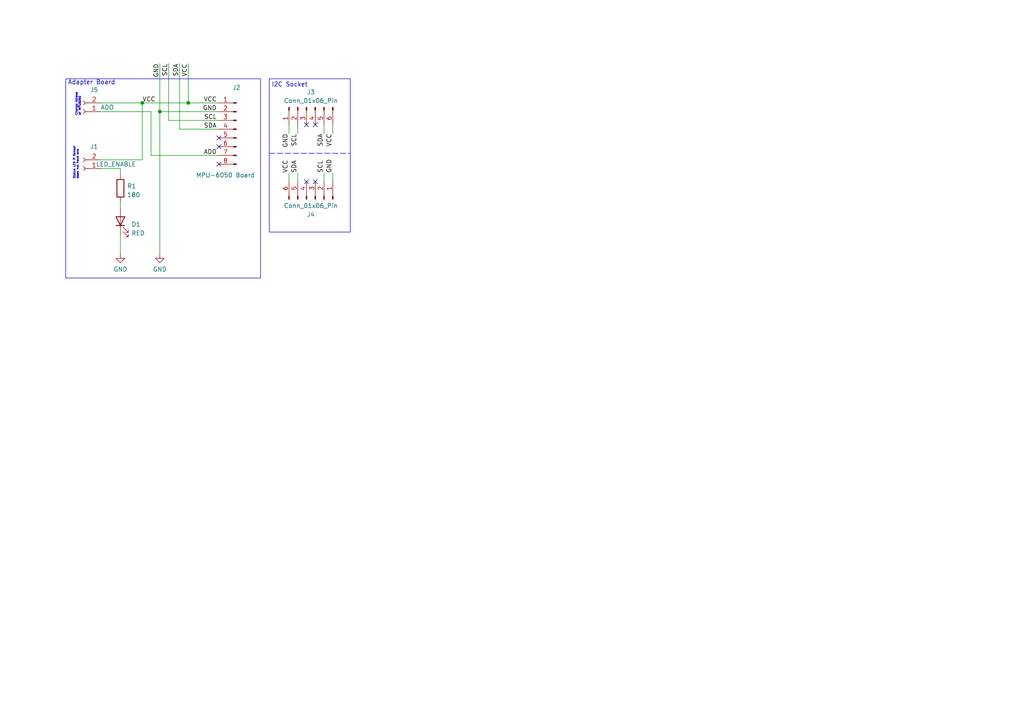
<source format=kicad_sch>
(kicad_sch (version 20230121) (generator eeschema)
  (paper "A4")
  (title_block (title "VR-Dapter ") (date "2023-05-15") (rev "3") (comment 2 "https://www.apache.org/licenses/LICENSE-2.0") (comment 3 "License: Apache 2.0") (comment 4 "Author: Marek Wehning"))
  (lib_symbols
    (symbol "Connector:Conn_01x02_Socket" (pin_names (offset 1.016) hide)
      (property "Reference" "J" (at 0 2.54 0))
      (property "Value" "Conn_01x02_Socket" (at 0 -5.08 0))
      (symbol "Conn_01x02_Socket_1_1"
        (arc (start 0 -2.032) (mid -0.5058 -2.54) (end 0 -3.048) (stroke (width 0.1524)))
        (polyline (pts (xy -1.27 -2.54) (xy -0.508 -2.54)) (stroke (width 0.1524)))
        (polyline (pts (xy -1.27 0) (xy -0.508 0)) (stroke (width 0.1524)))
        (arc (start 0 0.508) (mid -0.5058 0) (end 0 -0.508) (stroke (width 0.1524)))
        (pin passive line (at -5.08 0 0) (length 3.81) (name "Pin_1") (number "1"))
        (pin passive line (at -5.08 -2.54 0) (length 3.81) (name "Pin_2") (number "2"))
      )
    )
    (symbol "Connector:Conn_01x06_Pin" (pin_names (offset 1.016) hide)
      (property "Reference" "J" (at 0 7.62 0))
      (property "Value" "Conn_01x06_Pin" (at 0 -10.16 0))
      (symbol "Conn_01x06_Pin_1_1"
        (polyline (pts (xy 1.27 -7.62) (xy 0.8636 -7.62)) (stroke (width 0.1524)))
        (polyline (pts (xy 1.27 -5.08) (xy 0.8636 -5.08)) (stroke (width 0.1524)))
        (polyline (pts (xy 1.27 -2.54) (xy 0.8636 -2.54)) (stroke (width 0.1524)))
        (polyline (pts (xy 1.27 0) (xy 0.8636 0)) (stroke (width 0.1524)))
        (polyline (pts (xy 1.27 2.54) (xy 0.8636 2.54)) (stroke (width 0.1524)))
        (polyline (pts (xy 1.27 5.08) (xy 0.8636 5.08)) (stroke (width 0.1524)))
        (rectangle (start 0.8636 -7.493) (end 0 -7.747) (stroke (width 0.1524)) (fill (type outline)))
        (rectangle (start 0.8636 -4.953) (end 0 -5.207) (stroke (width 0.1524)) (fill (type outline)))
        (rectangle (start 0.8636 -2.413) (end 0 -2.667) (stroke (width 0.1524)) (fill (type outline)))
        (rectangle (start 0.8636 0.127) (end 0 -0.127) (stroke (width 0.1524)) (fill (type outline)))
        (rectangle (start 0.8636 2.667) (end 0 2.413) (stroke (width 0.1524)) (fill (type outline)))
        (rectangle (start 0.8636 5.207) (end 0 4.953) (stroke (width 0.1524)) (fill (type outline)))
        (pin passive line (at 5.08 5.08 180) (length 3.81) (name "Pin_1") (number "1"))
        (pin passive line (at 5.08 2.54 180) (length 3.81) (name "Pin_2") (number "2"))
        (pin passive line (at 5.08 0 180) (length 3.81) (name "Pin_3") (number "3"))
        (pin passive line (at 5.08 -2.54 180) (length 3.81) (name "Pin_4") (number "4"))
        (pin passive line (at 5.08 -5.08 180) (length 3.81) (name "Pin_5") (number "5"))
        (pin passive line (at 5.08 -7.62 180) (length 3.81) (name "Pin_6") (number "6"))
      )
    )
    (symbol "Connector:Conn_01x08_Pin" (pin_names (offset 1.016) hide)
      (property "Reference" "J" (at 0 10.16 0))
      (property "Value" "Conn_01x08_Pin" (at 0 -12.7 0))
      (symbol "Conn_01x08_Pin_1_1"
        (polyline (pts (xy 1.27 -10.16) (xy 0.8636 -10.16)) (stroke (width 0.1524)))
        (polyline (pts (xy 1.27 -7.62) (xy 0.8636 -7.62)) (stroke (width 0.1524)))
        (polyline (pts (xy 1.27 -5.08) (xy 0.8636 -5.08)) (stroke (width 0.1524)))
        (polyline (pts (xy 1.27 -2.54) (xy 0.8636 -2.54)) (stroke (width 0.1524)))
        (polyline (pts (xy 1.27 0) (xy 0.8636 0)) (stroke (width 0.1524)))
        (polyline (pts (xy 1.27 2.54) (xy 0.8636 2.54)) (stroke (width 0.1524)))
        (polyline (pts (xy 1.27 5.08) (xy 0.8636 5.08)) (stroke (width 0.1524)))
        (polyline (pts (xy 1.27 7.62) (xy 0.8636 7.62)) (stroke (width 0.1524)))
        (rectangle (start 0.8636 -10.033) (end 0 -10.287) (stroke (width 0.1524)) (fill (type outline)))
        (rectangle (start 0.8636 -7.493) (end 0 -7.747) (stroke (width 0.1524)) (fill (type outline)))
        (rectangle (start 0.8636 -4.953) (end 0 -5.207) (stroke (width 0.1524)) (fill (type outline)))
        (rectangle (start 0.8636 -2.413) (end 0 -2.667) (stroke (width 0.1524)) (fill (type outline)))
        (rectangle (start 0.8636 0.127) (end 0 -0.127) (stroke (width 0.1524)) (fill (type outline)))
        (rectangle (start 0.8636 2.667) (end 0 2.413) (stroke (width 0.1524)) (fill (type outline)))
        (rectangle (start 0.8636 5.207) (end 0 4.953) (stroke (width 0.1524)) (fill (type outline)))
        (rectangle (start 0.8636 7.747) (end 0 7.493) (stroke (width 0.1524)) (fill (type outline)))
        (pin passive line (at 5.08 7.62 180) (length 3.81) (name "Pin_1") (number "1"))
        (pin passive line (at 5.08 5.08 180) (length 3.81) (name "Pin_2") (number "2"))
        (pin passive line (at 5.08 2.54 180) (length 3.81) (name "Pin_3") (number "3"))
        (pin passive line (at 5.08 0 180) (length 3.81) (name "Pin_4") (number "4"))
        (pin passive line (at 5.08 -2.54 180) (length 3.81) (name "Pin_5") (number "5"))
        (pin passive line (at 5.08 -5.08 180) (length 3.81) (name "Pin_6") (number "6"))
        (pin passive line (at 5.08 -7.62 180) (length 3.81) (name "Pin_7") (number "7"))
        (pin passive line (at 5.08 -10.16 180) (length 3.81) (name "Pin_8") (number "8"))
      )
    )
    (symbol "Device:LED" (pin_numbers hide) (pin_names (offset 1.016) hide)
      (property "Reference" "D" (at 0 2.54 0))
      (property "Value" "LED" (at 0 -2.54 0))
      (symbol "LED_0_1"
        (polyline (pts (xy -1.27 -1.27) (xy -1.27 1.27)) (stroke (width 0.254)))
        (polyline (pts (xy -1.27 0) (xy 1.27 0)))
        (polyline (pts (xy 1.27 -1.27) (xy 1.27 1.27) (xy -1.27 0) (xy 1.27 -1.27)) (stroke (width 0.254)))
        (polyline (pts (xy -3.048 -0.762) (xy -4.572 -2.286) (xy -3.81 -2.286) (xy -4.572 -2.286) (xy -4.572 -1.524)))
        (polyline (pts (xy -1.778 -0.762) (xy -3.302 -2.286) (xy -2.54 -2.286) (xy -3.302 -2.286) (xy -3.302 -1.524)))
      )
      (symbol "LED_1_1"
        (pin passive line (at -3.81 0 0) (length 2.54) (name "K") (number "1"))
        (pin passive line (at 3.81 0 180) (length 2.54) (name "A") (number "2"))
      )
    )
    (symbol "Device:R" (pin_numbers hide) (pin_names (offset 0))
      (property "Reference" "R" (at 2.032 0 90))
      (property "Value" "R" (at 0 0 90))
      (symbol "R_0_1"
        (rectangle (start -1.016 -2.54) (end 1.016 2.54) (stroke (width 0.254)))
      )
      (symbol "R_1_1"
        (pin passive line (at 0 3.81 270) (length 1.27) (name "~") (number "1"))
        (pin passive line (at 0 -3.81 90) (length 1.27) (name "~") (number "2"))
      )
    )
    (symbol "power:GND" (power) (pin_names (offset 0))
      (property "Value" "GND" (at 0 -3.81 0))
      (symbol "GND_0_1"
        (polyline (pts (xy 0 0) (xy 0 -1.27) (xy 1.27 -1.27) (xy 0 -2.54) (xy -1.27 -1.27) (xy 0 -1.27)))
      )
      (symbol "GND_1_1"
        (pin power_in line (at 0 0 270) (length 0) hide (name "GND") (number "1"))
      )
    )
  )
  (junction (at 41.275 29.845))
  (junction (at 46.355 32.385))
  (junction (at 54.61 29.845))
  (no_connect (at 91.44 36.195))
  (no_connect (at 88.9 52.705))
  (no_connect (at 91.44 52.705))
  (no_connect (at 63.5 40.005))
  (no_connect (at 63.5 47.625))
  (no_connect (at 63.5 42.545))
  (no_connect (at 88.9 36.195))
  (wire (pts (xy 46.355 32.385) (xy 63.5 32.385)))
  (wire (pts (xy 29.21 48.895) (xy 34.925 48.895)))
  (wire (pts (xy 34.925 58.42) (xy 34.925 60.325)))
  (polyline (pts (xy 78.105 44.45) (xy 101.6 44.45)) (stroke (width 0) (type dash)))
  (wire (pts (xy 96.52 50.165) (xy 96.52 52.705)))
  (wire (pts (xy 29.21 32.385) (xy 43.815 32.385)))
  (wire (pts (xy 52.07 37.465) (xy 63.5 37.465)))
  (wire (pts (xy 54.61 29.845) (xy 63.5 29.845)))
  (wire (pts (xy 41.275 29.845) (xy 41.275 46.355)))
  (wire (pts (xy 34.925 67.945) (xy 34.925 73.66)))
  (wire (pts (xy 43.815 45.085) (xy 43.815 32.385)))
  (wire (pts (xy 34.925 48.895) (xy 34.925 50.8)))
  (wire (pts (xy 63.5 45.085) (xy 43.815 45.085)))
  (wire (pts (xy 86.36 50.165) (xy 86.36 52.705)))
  (wire (pts (xy 48.895 34.925) (xy 63.5 34.925)))
  (wire (pts (xy 29.21 46.355) (xy 41.275 46.355)))
  (wire (pts (xy 46.355 32.385) (xy 46.355 73.66)))
  (wire (pts (xy 46.355 32.385) (xy 46.355 18.415)))
  (wire (pts (xy 96.52 36.195) (xy 96.52 38.735)))
  (wire (pts (xy 93.98 36.195) (xy 93.98 38.735)))
  (wire (pts (xy 54.61 18.415) (xy 54.61 29.845)))
  (wire (pts (xy 41.275 29.845) (xy 54.61 29.845)))
  (wire (pts (xy 52.07 18.415) (xy 52.07 37.465)))
  (wire (pts (xy 86.36 36.195) (xy 86.36 38.735)))
  (wire (pts (xy 48.895 34.925) (xy 48.895 18.415)))
  (wire (pts (xy 83.82 50.165) (xy 83.82 52.705)))
  (wire (pts (xy 83.82 36.195) (xy 83.82 38.735)))
  (wire (pts (xy 29.21 29.845) (xy 41.275 29.845)))
  (wire (pts (xy 93.98 50.165) (xy 93.98 52.705)))
  (rectangle (start 78.105 22.86) (end 101.6 67.31))
  (rectangle (start 19.05 22.86) (end 75.565 80.645))
  (text "Adapter Board" (at 19.685 24.765 0) (effects (font (size 1.27 1.27)) (justify left bottom)))
  (text "Status LED if Sensor\ndoes not have one" (at 22.86 52.07 90) (effects (font (size 0.6 0.6)) (justify left bottom)))
  (text "I2C Socket" (at 78.74 25.4 0) (effects (font (size 1.27 1.27)) (justify left bottom)))
  (text "Change Adress \nof MPU6050" (at 23.495 33.655 90) (effects (font (size 0.6 0.6)) (justify left bottom)))
  (label "GND" (at 46.355 18.415 270))
  (label "VCC" (at 59.055 29.845 0))
  (label "SDA" (at 93.98 38.735 270))
  (label "SCL" (at 62.865 34.925 180))
  (label "VCC" (at 41.275 29.845 0))
  (label "GND" (at 96.52 50.165 90))
  (label "AD0" (at 59.055 45.085 0))
  (label "SCL" (at 93.98 50.165 90))
  (label "GND" (at 83.82 38.735 270))
  (label "SDA" (at 62.865 37.465 180))
  (label "VCC" (at 96.52 38.735 270))
  (label "SDA" (at 52.07 18.415 270))
  (label "SCL" (at 86.36 38.735 270))
  (label "GND" (at 62.865 32.385 180))
  (label "SCL" (at 48.895 18.415 270))
  (label "VCC" (at 54.61 18.415 270))
  (label "VCC" (at 83.82 50.165 90))
  (label "SDA" (at 86.36 50.165 90))
  (symbol (lib_id "Connector:Conn_01x02_Socket") (at 24.13 32.385 180) (unit 1)
    (property "Reference" "J5" (at 27.305 26.035 0))
    (property "Value" "ADO" (at 31.115 31.115 0))
    (property "Footprint" "Connector_PinSocket_2.00mm:PinSocket_1x02_P2.00mm_Vertical" (effects hide))
  )
  (symbol (lib_id "Connector:Conn_01x06_Pin") (at 91.44 57.785 270) (mirror x) (unit 1)
    (property "Reference" "J4" (at 90.17 62.23 90))
    (property "Value" "Conn_01x06_Pin" (at 90.17 59.69 90))
    (property "Footprint" "Connector_PinHeader_2.54mm:PinHeader_2x03_P2.54mm_Horizontal" (effects hide))
  )
  (symbol (lib_id "power:GND") (at 34.925 73.66 0) (unit 1)
    (property "Reference" "#PWR01" (effects hide))
    (property "Value" "GND" (at 34.925 78.105 0))
  )
  (symbol (lib_id "Device:R") (at 34.925 54.61 0) (unit 1)
    (property "Reference" "R1" (at 36.83 53.975 0) (effects (justify left)))
    (property "Value" "180" (at 36.83 56.515 0) (effects (justify left)))
    (property "Footprint" "Resistor_SMD:R_0805_2012Metric_Pad1.20x1.40mm_HandSolder" (effects hide))
  )
  (symbol (lib_id "Connector:Conn_01x02_Socket") (at 24.13 48.895 180) (unit 1)
    (property "Reference" "J1" (at 27.305 42.545 0))
    (property "Value" "LED_ENABLE" (at 33.655 47.625 0))
    (property "Footprint" "Connector_PinSocket_2.00mm:PinSocket_1x02_P2.00mm_Vertical" (effects hide))
  )
  (symbol (lib_id "Connector:Conn_01x06_Pin") (at 88.9 31.115 90) (mirror x) (unit 1)
    (property "Reference" "J3" (at 90.17 26.67 90))
    (property "Value" "Conn_01x06_Pin" (at 90.17 29.21 90))
    (property "Footprint" "Connector_PinHeader_2.54mm:PinHeader_2x03_P2.54mm_Horizontal" (effects hide))
  )
  (symbol (lib_id "power:GND") (at 46.355 73.66 0) (unit 1)
    (property "Reference" "#PWR02" (effects hide))
    (property "Value" "GND" (at 46.355 78.105 0))
  )
  (symbol (lib_id "Device:LED") (at 34.925 64.135 90) (unit 1)
    (property "Reference" "D1" (at 38.1 65.0875 90) (effects (justify right)))
    (property "Value" "RED" (at 38.1 67.6275 90) (effects (justify right)))
    (property "Footprint" "LED_SMD:LED_0805_2012Metric_Pad1.15x1.40mm_HandSolder" (effects hide))
  )
  (symbol (lib_id "Connector:Conn_01x08_Pin") (at 68.58 37.465 0) (mirror y) (unit 1)
    (property "Reference" "J2" (at 68.58 25.4 0))
    (property "Value" "MPU-6050 Board" (at 65.405 50.8 0))
    (property "Footprint" "Connector_PinHeader_2.54mm:PinHeader_1x08_P2.54mm_Vertical" (effects hide))
  )
)
</source>
